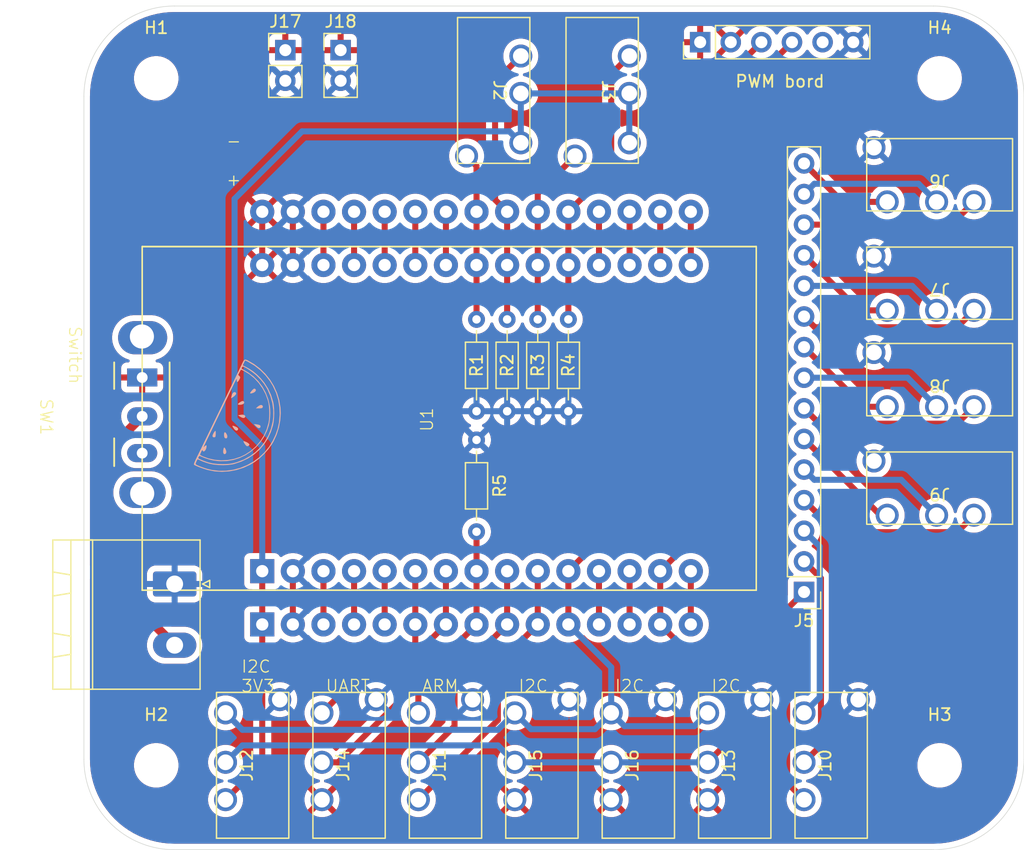
<source format=kicad_pcb>
(kicad_pcb (version 20241229) (generator "pcbnew") (generator_version "9.0")
  (layers (0 "F.Cu" signal) (2 "B.Cu" signal) (13 "F.Paste" user) (15 "B.Paste" user) (5 "F.SilkS" user "F.Silkscreen") (7 "B.SilkS" user "B.Silkscreen") (1 "F.Mask" user) (3 "B.Mask" user) (25 "Edge.Cuts" user))
  (net 0 "")
  (net 1 "unconnected-(U1-D15-Pad3)")
  (net 2 "Transistor magneet")
  (net 3 "unconnected-(U1-VP-Pad17)")
  (net 4 "Transistor metaal")
  (net 5 "unconnected-(U1-D27-Pad25)")
  (net 6 "unconnected-(U1-VN-Pad18)")
  (net 7 "unconnected-(U1-D13-Pad28)")
  (net 8 "unconnected-(U1-D4-Pad5)")
  (net 9 "unconnected-(U1-D26-Pad24)")
  (net 10 "Metaal detector")
  (net 11 "unconnected-(U1-D14-Pad26)")
  (net 12 "unconnected-(U1-D2-Pad4)")
  (net 13 "unconnected-(U1-D23-Pad15)")
  (net 14 "unconnected-(U1-EN-Pad16)")
  (net 15 "unconnected-(U1-D12-Pad27)")
  (net 16 "+3V3")
  (net 17 "GND")
  (net 18 "+5V")
  (net 19 "Button1")
  (net 20 "LDR1")
  (net 21 "Button2")
  (net 22 "LDR2")
  (net 23 "SDA")
  (net 24 "SCL")
  (net 26 "Net-(J5-Pin_7)")
  (net 27 "Net-(J5-Pin_10)")
  (net 28 "Net-(J5-Pin_8)")
  (net 29 "Net-(J5-Pin_4)")
  (net 30 "Net-(J5-Pin_13)")
  (net 31 "Net-(J5-Pin_6)")
  (net 32 "Net-(J5-Pin_15)")
  (net 33 "Net-(J5-Pin_9)")
  (net 34 "Net-(J5-Pin_11)")
  (net 35 "Net-(J5-Pin_12)")
  (net 36 "Net-(J5-Pin_14)")
  (net 37 "Net-(J5-Pin_5)")
  (net 38 "Net-(J10-Pin_1)")
  (net 39 "Net-(J10-Pin_3)")
  (net 40 "Net-(J10-Pin_2)")
  (net 41 "TX")
  (net 42 "RX")
  (net 43 "unconnected-(U1-RX0-Pad12)")
  (net 44 "unconnected-(U1-TX0-Pad13)")
  (net 45 "unconnected-(U1-D34-Pad19)")
  (net 46 "Net-(J1-Pin_2)")
  (footprint "Meloen:Audio jack" (layer "F.Cu") (at 46 96 90)
    (property "Reference" "J12" (at 0 -0.5 90) (layer "F.SilkS"))
    (property "Value" "I2C 3V3")
    (pad "1" thru_hole circle (at -2.85 -2.25 90) (size 1.905 1.905) (drill 1.3) (layers "*.Cu" "*.Mask") (net 16 "+3V3"))
    (pad "2" thru_hole circle (at 0.25 -2.25 90) (size 1.905 1.905) (drill 1.3) (layers "*.Cu" "*.Mask") (net 24 "SCL"))
    (pad "3" thru_hole circle (at 4.35 -2.25 90) (size 1.905 1.905) (drill 1.3) (layers "*.Cu" "*.Mask") (net 23 "SDA"))
    (pad "4" thru_hole circle (at 5.45 2.25 90) (size 1.905 1.905) (drill 1.3) (layers "*.Cu" "*.Mask") (net 17 "GND"))
  )
  (footprint "Meloen:Audio jack" (layer "F.Cu") (at 62 96 90)
    (property "Reference" "J11" (at 0 -0.5 90) (layer "F.SilkS"))
    (property "Value" "arm")
    (pad "1" thru_hole circle (at -2.85 -2.25 90) (size 1.905 1.905) (drill 1.3) (layers "*.Cu" "*.Mask") (net 4 "Transistor metaal"))
    (pad "2" thru_hole circle (at 0.25 -2.25 90) (size 1.905 1.905) (drill 1.3) (layers "*.Cu" "*.Mask") (net 2 "Transistor magneet"))
    (pad "3" thru_hole circle (at 4.35 -2.25 90) (size 1.905 1.905) (drill 1.3) (layers "*.Cu" "*.Mask") (net 10 "Metaal detector"))
    (pad "4" thru_hole circle (at 5.45 2.25 90) (size 1.905 1.905) (drill 1.3) (layers "*.Cu" "*.Mask") (net 17 "GND"))
  )
  (footprint "Resistor_THT:R_Axial_DIN0204_L3.6mm_D1.6mm_P7.62mm_Horizontal" (layer "F.Cu") (at 64.575 69 -90)
    (property "Reference" "R5" (at 3.81 -1.92 90) (layer "F.SilkS"))
    (property "Value" "R")
    (pad "1" thru_hole circle (at 0 0 270) (size 1.4 1.4) (drill 0.7) (layers "*.Cu" "*.Mask") (net 17 "GND"))
    (pad "2" thru_hole oval (at 7.62 0 270) (size 1.4 1.4) (drill 0.7) (layers "*.Cu" "*.Mask") (net 10 "Metaal detector"))
  )
  (footprint "Connector_PinHeader_2.54mm:PinHeader_1x02_P2.54mm_Vertical" (layer "F.Cu") (at 53.3 36.66)
    (property "Reference" "J18" (at 0 -2.38 0) (layer "F.SilkS"))
    (property "Value" "Conn_01x02")
    (pad "1" thru_hole rect (at 0 0) (size 1.7 1.7) (drill 1) (layers "*.Cu" "*.Mask") (net 18 "+5V"))
    (pad "2" thru_hole circle (at 0 2.54) (size 1.7 1.7) (drill 1) (layers "*.Cu" "*.Mask") (net 17 "GND"))
  )
  (footprint "Connector_PinHeader_2.54mm:PinHeader_1x02_P2.54mm_Vertical" (layer "F.Cu") (at 48.71 36.66)
    (property "Reference" "J17" (at 0 -2.38 0) (layer "F.SilkS"))
    (property "Value" "Conn_01x02")
    (pad "1" thru_hole rect (at 0 0) (size 1.7 1.7) (drill 1) (layers "*.Cu" "*.Mask") (net 18 "+5V"))
    (pad "2" thru_hole circle (at 0 2.54) (size 1.7 1.7) (drill 1) (layers "*.Cu" "*.Mask") (net 17 "GND"))
  )
  (footprint "MountingHole:MountingHole_3.2mm_M3" (layer "F.Cu") (at 103 96)
    (property "Reference" "H3" (at 0 -4.2 0) (layer "F.SilkS"))
    (property "Value" "MountingHole")
    (pad "" np_thru_hole circle (at 0 0) (size 3.2 3.2) (drill 3.2) (layers "*.Cu" "*.Mask"))
  )
  (footprint "Meloen:Audio jack" (layer "F.Cu") (at 78 96 90)
    (property "Reference" "J16" (at 0 -0.5 90) (layer "F.SilkS"))
    (property "Value" "I2C")
    (pad "1" thru_hole circle (at -2.85 -2.25 90) (size 1.905 1.905) (drill 1.3) (layers "*.Cu" "*.Mask") (net 18 "+5V"))
    (pad "2" thru_hole circle (at 0.25 -2.25 90) (size 1.905 1.905) (drill 1.3) (layers "*.Cu" "*.Mask") (net 24 "SCL"))
    (pad "3" thru_hole circle (at 4.35 -2.25 90) (size 1.905 1.905) (drill 1.3) (layers "*.Cu" "*.Mask") (net 23 "SDA"))
    (pad "4" thru_hole circle (at 5.45 2.25 90) (size 1.905 1.905) (drill 1.3) (layers "*.Cu" "*.Mask") (net 17 "GND"))
  )
  (footprint "Resistor_THT:R_Axial_DIN0204_L3.6mm_D1.6mm_P7.62mm_Horizontal" (layer "F.Cu") (at 64.575 59 -90)
    (property "Reference" "R1" (at 3.81 0 90) (layer "F.SilkS"))
    (property "Value" "R")
    (pad "1" thru_hole circle (at 0 0 270) (size 1.4 1.4) (drill 0.7) (layers "*.Cu" "*.Mask") (net 20 "LDR1"))
    (pad "2" thru_hole oval (at 7.62 0 270) (size 1.4 1.4) (drill 0.7) (layers "*.Cu" "*.Mask") (net 17 "GND"))
  )
  (footprint "Meloen:Audio jack" (layer "F.Cu") (at 86 96 90)
    (property "Reference" "J13" (at 0 -0.5 90) (layer "F.SilkS"))
    (property "Value" "I2C")
    (pad "1" thru_hole circle (at -2.85 -2.25 90) (size 1.905 1.905) (drill 1.3) (layers "*.Cu" "*.Mask") (net 18 "+5V"))
    (pad "2" thru_hole circle (at 0.25 -2.25 90) (size 1.905 1.905) (drill 1.3) (layers "*.Cu" "*.Mask") (net 24 "SCL"))
    (pad "3" thru_hole circle (at 4.35 -2.25 90) (size 1.905 1.905) (drill 1.3) (layers "*.Cu" "*.Mask") (net 23 "SDA"))
    (pad "4" thru_hole circle (at 5.45 2.25 90) (size 1.905 1.905) (drill 1.3) (layers "*.Cu" "*.Mask") (net 17 "GND"))
  )
  (footprint "Resistor_THT:R_Axial_DIN0204_L3.6mm_D1.6mm_P7.62mm_Horizontal" (layer "F.Cu") (at 72.195 59 -90)
    (property "Reference" "R4" (at 3.81 0 90) (layer "F.SilkS"))
    (property "Value" "R")
    (pad "1" thru_hole circle (at 0 0 270) (size 1.4 1.4) (drill 0.7) (layers "*.Cu" "*.Mask") (net 21 "Button2"))
    (pad "2" thru_hole oval (at 7.62 0 270) (size 1.4 1.4) (drill 0.7) (layers "*.Cu" "*.Mask") (net 17 "GND"))
  )
  (footprint "Meloen:Audio jack" (layer "F.Cu") (at 70 96 90)
    (property "Reference" "J15" (at 0 -0.5 90) (layer "F.SilkS"))
    (property "Value" "I2C")
    (pad "1" thru_hole circle (at -2.85 -2.25 90) (size 1.905 1.905) (drill 1.3) (layers "*.Cu" "*.Mask") (net 18 "+5V"))
    (pad "2" thru_hole circle (at 0.25 -2.25 90) (size 1.905 1.905) (drill 1.3) (layers "*.Cu" "*.Mask") (net 24 "SCL"))
    (pad "3" thru_hole circle (at 4.35 -2.25 90) (size 1.905 1.905) (drill 1.3) (layers "*.Cu" "*.Mask") (net 23 "SDA"))
    (pad "4" thru_hole circle (at 5.45 2.25 90) (size 1.905 1.905) (drill 1.3) (layers "*.Cu" "*.Mask") (net 17 "GND"))
  )
  (footprint "Meloen:Audio jack" (layer "F.Cu") (at 54 96 90)
    (property "Reference" "J14" (at 0 -0.5 90) (layer "F.SilkS"))
    (property "Value" "UART")
    (pad "1" thru_hole circle (at -2.85 -2.25 90) (size 1.905 1.905) (drill 1.3) (layers "*.Cu" "*.Mask") (net 18 "+5V"))
    (pad "2" thru_hole circle (at 0.25 -2.25 90) (size 1.905 1.905) (drill 1.3) (layers "*.Cu" "*.Mask") (net 41 "TX"))
    (pad "3" thru_hole circle (at 4.35 -2.25 90) (size 1.905 1.905) (drill 1.3) (layers "*.Cu" "*.Mask") (net 42 "RX"))
    (pad "4" thru_hole circle (at 5.45 2.25 90) (size 1.905 1.905) (drill 1.3) (layers "*.Cu" "*.Mask") (net 17 "GND"))
  )
  (footprint "Connector_PinHeader_2.54mm:PinHeader_1x06_P2.54mm_Vertical" (layer "F.Cu") (at 83.13 36 90)
    (property "Reference" "J4" (hide yes))
    (property "Value" "PWM bord" (at -3.25 6.62 180) (layer "F.SilkS"))
    (pad "1" thru_hole rect (at 0 0 90) (size 1.7 1.7) (drill 1) (layers "*.Cu" "*.Mask") (net 18 "+5V"))
    (pad "2" thru_hole circle (at 0 2.54 90) (size 1.7 1.7) (drill 1) (layers "*.Cu" "*.Mask") (net 18 "+5V"))
    (pad "3" thru_hole circle (at 0 5.08 90) (size 1.7 1.7) (drill 1) (layers "*.Cu" "*.Mask") (net 23 "SDA"))
    (pad "4" thru_hole circle (at 0 7.62 90) (size 1.7 1.7) (drill 1) (layers "*.Cu" "*.Mask") (net 24 "SCL"))
    (pad "5" thru_hole circle (at 0 10.16 90) (size 1.7 1.7) (drill 1) (layers "*.Cu" "*.Mask"))
    (pad "6" thru_hole circle (at 0 12.7 90) (size 1.7 1.7) (drill 1) (layers "*.Cu" "*.Mask") (net 17 "GND"))
  )
  (footprint "MountingHole:MountingHole_3.2mm_M3" (layer "F.Cu") (at 103 39)
    (property "Reference" "H4" (at 0 -4.2 0) (layer "F.SilkS"))
    (property "Value" "MountingHole")
    (pad "" np_thru_hole circle (at 0 0) (size 3.2 3.2) (drill 3.2) (layers "*.Cu" "*.Mask"))
  )
  (footprint "Meloen:ESP32_DEVKIT_V1_op_voetjes2rij" (layer "F.Cu") (at 60.96 67.31 90)
    (property "Reference" "U1" (at 0 -0.5 90) (layer "F.SilkS") (effects (font (thickness 0.1))))
    (property "Value" "~")
    (pad "1" thru_hole rect (at -17 -14.165 90) (size 2 2) (drill 1.02) (layers "*.Cu" "*.Mask") (net 16 "+3V3"))
    (pad "1" thru_hole rect (at -12.58 -14.165 90) (size 2 2) (drill 1.02) (layers "*.Cu" "*.Mask") (net 16 "+3V3"))
    (pad "2" thru_hole circle (at -17 -11.625 90) (size 2 2) (drill 1.02) (layers "*.Cu" "*.Mask") (net 17 "GND"))
    (pad "2" thru_hole circle (at -12.58 -11.625 90) (size 2 2) (drill 1.02) (layers "*.Cu" "*.Mask") (net 17 "GND"))
    (pad "3" thru_hole circle (at -17 -9.085 90) (size 2 2) (drill 1.02) (layers "*.Cu" "*.Mask") (net 1 "unconnected-(U1-D15-Pad3)"))
    (pad "3" thru_hole circle (at -12.58 -9.085 90) (size 2 2) (drill 1.02) (layers "*.Cu" "*.Mask") (net 1 "unconnected-(U1-D15-Pad3)"))
    (pad "4" thru_hole circle (at -17 -6.545 90) (size 2 2) (drill 1.02) (layers "*.Cu" "*.Mask") (net 12 "unconnected-(U1-D2-Pad4)"))
    (pad "4" thru_hole circle (at -12.58 -6.545 90) (size 2 2) (drill 1.02) (layers "*.Cu" "*.Mask") (net 12 "unconnected-(U1-D2-Pad4)"))
    (pad "5" thru_hole circle (at -17 -4.005 90) (size 2 2) (drill 1.02) (layers "*.Cu" "*.Mask") (net 8 "unconnected-(U1-D4-Pad5)"))
    (pad "5" thru_hole circle (at -12.58 -4.005 90) (size 2 2) (drill 1.02) (layers "*.Cu" "*.Mask") (net 8 "unconnected-(U1-D4-Pad5)"))
    (pad "6" thru_hole circle (at -17 -1.465 90) (size 2 2) (drill 1.02) (layers "*.Cu" "*.Mask") (net 42 "RX"))
    (pad "6" thru_hole circle (at -12.58 -1.465 90) (size 2 2) (drill 1.02) (layers "*.Cu" "*.Mask") (net 42 "RX"))
    (pad "7" thru_hole circle (at -17 1.075 90) (size 2 2) (drill 1.02) (layers "*.Cu" "*.Mask") (net 41 "TX"))
    (pad "7" thru_hole circle (at -12.58 1.075 90) (size 2 2) (drill 1.02) (layers "*.Cu" "*.Mask") (net 41 "TX"))
    (pad "8" thru_hole circle (at -17 3.615 90) (size 2 2) (drill 1.02) (layers "*.Cu" "*.Mask") (net 10 "Metaal detector"))
    (pad "8" thru_hole circle (at -12.58 3.615 90) (size 2 2) (drill 1.02) (layers "*.Cu" "*.Mask") (net 10 "Metaal detector"))
    (pad "9" thru_hole circle (at -17 6.155 90) (size 2 2) (drill 1.02) (layers "*.Cu" "*.Mask") (net 2 "Transistor magneet"))
    (pad "9" thru_hole circle (at -12.58 6.155 90) (size 2 2) (drill 1.02) (layers "*.Cu" "*.Mask") (net 2 "Transistor magneet"))
    (pad "10" thru_hole circle (at -17 8.695 90) (size 2 2) (drill 1.02) (layers "*.Cu" "*.Mask") (net 4 "Transistor metaal"))
    (pad "10" thru_hole circle (at -12.58 8.695 90) (size 2 2) (drill 1.02) (layers "*.Cu" "*.Mask") (net 4 "Transistor metaal"))
    (pad "11" thru_hole circle (at -17 11.235 90) (size 2 2) (drill 1.02) (layers "*.Cu" "*.Mask") (net 23 "SDA"))
    (pad "11" thru_hole circle (at -12.58 11.235 90) (size 2 2) (drill 1.02) (layers "*.Cu" "*.Mask") (net 23 "SDA"))
    (pad "12" thru_hole circle (at -17 13.775 90) (size 2 2) (drill 1.02) (layers "*.Cu" "*.Mask") (net 43 "unconnected-(U1-RX0-Pad12)"))
    (pad "12" thru_hole circle (at -12.58 13.775 90) (size 2 2) (drill 1.02) (layers "*.Cu" "*.Mask") (net 43 "unconnected-(U1-RX0-Pad12)"))
    (pad "13" thru_hole circle (at -17 16.315 90) (size 2 2) (drill 1.02) (layers "*.Cu" "*.Mask") (net 44 "unconnected-(U1-TX0-Pad13)"))
    (pad "13" thru_hole circle (at -12.58 16.315 90) (size 2 2) (drill 1.02) (layers "*.Cu" "*.Mask") (net 44 "unconnected-(U1-TX0-Pad13)"))
    (pad "14" thru_hole circle (at -17 18.855 90) (size 2 2) (drill 1.02) (layers "*.Cu" "*.Mask") (net 24 "SCL"))
    (pad "14" thru_hole circle (at -12.58 18.855 90) (size 2 2) (drill 1.02) (layers "*.Cu" "*.Mask") (net 24 "SCL"))
    (pad "15" thru_hole circle (at -17 21.395 90) (size 2 2) (drill 1.02) (layers "*.Cu" "*.Mask") (net 13 "unconnected-(U1-D23-Pad15)"))
    (pad "15" thru_hole circle (at -12.58 21.395 90) (size 2 2) (drill 1.02) (layers "*.Cu" "*.Mask") (net 13 "unconnected-(U1-D23-Pad15)"))
    (pad "16" thru_hole circle (at 12.82 21.395 90) (size 2 2) (drill 1.02) (layers "*.Cu" "*.Mask") (net 14 "unconnected-(U1-EN-Pad16)"))
    (pad "16" thru_hole circle (at 17.24 21.395 90) (size 2 2) (drill 1.02) (layers "*.Cu" "*.Mask") (net 14 "unconnected-(U1-EN-Pad16)"))
    (pad "17" thru_hole circle (at 12.82 18.855 90) (size 2 2) (drill 1.02) (layers "*.Cu" "*.Mask") (net 3 "unconnected-(U1-VP-Pad17)"))
    (pad "17" thru_hole circle (at 17.24 18.855 90) (size 2 2) (drill 1.02) (layers "*.Cu" "*.Mask") (net 3 "unconnected-(U1-VP-Pad17)"))
    (pad "18" thru_hole circle (at 12.82 16.315 90) (size 2 2) (drill 1.02) (layers "*.Cu" "*.Mask") (net 6 "unconnected-(U1-VN-Pad18)"))
    (pad "18" thru_hole circle (at 17.24 16.315 90) (size 2 2) (drill 1.02) (layers "*.Cu" "*.Mask") (net 6 "unconnected-(U1-VN-Pad18)"))
    (pad "19" thru_hole circle (at 12.82 13.775 90) (size 2 2) (drill 1.02) (layers "*.Cu" "*.Mask") (net 45 "unconnected-(U1-D34-Pad19)"))
    (pad "19" thru_hole circle (at 17.24 13.775 90) (size 2 2) (drill 1.02) (layers "*.Cu" "*.Mask") (net 45 "unconnected-(U1-D34-Pad19)"))
    (pad "20" thru_hole circle (at 12.82 11.235 90) (size 2 2) (drill 1.02) (layers "*.Cu" "*.Mask") (net 21 "Button2"))
    (pad "20" thru_hole circle (at 17.24 11.235 90) (size 2 2) (drill 1.02) (layers "*.Cu" "*.Mask") (net 21 "Button2"))
    (pad "21" thru_hole circle (at 12.82 8.695 90) (size 2 2) (drill 1.02) (layers "*.Cu" "*.Mask") (net 22 "LDR2"))
    (pad "21" thru_hole circle (at 17.24 8.695 90) (size 2 2) (drill 1.02) (layers "*.Cu" "*.Mask") (net 22 "LDR2"))
    (pad "22" thru_hole circle (at 12.82 6.155 90) (size 2 2) (drill 1.02) (layers "*.Cu" "*.Mask") (net 19 "Button1"))
    (pad "22" thru_hole circle (at 17.24 6.155 90) (size 2 2) (drill 1.02) (layers "*.Cu" "*.Mask") (net 19 "Button1"))
    (pad "23" thru_hole circle (at 12.82 3.615 90) (size 2 2) (drill 1.02) (layers "*.Cu" "*.Mask") (net 20 "LDR1"))
    (pad "23" thru_hole circle (at 17.24 3.615 90) (size 2 2) (drill 1.02) (layers "*.Cu" "*.Mask") (net 20 "LDR1"))
    (pad "24" thru_hole circle (at 12.82 1.075 90) (size 2 2) (drill 1.02) (layers "*.Cu" "*.Mask") (net 9 "unconnected-(U1-D26-Pad24)"))
    (pad "24" thru_hole circle (at 17.24 1.075 90) (size 2 2) (drill 1.02) (layers "*.Cu" "*.Mask") (net 9 "unconnected-(U1-D26-Pad24)"))
    (pad "25" thru_hole circle (at 12.82 -1.465 90) (size 2 2) (drill 1.02) (layers "*.Cu" "*.Mask") (net 5 "unconnected-(U1-D27-Pad25)"))
    (pad "25" thru_hole circle (at 17.24 -1.465 90) (size 2 2) (drill 1.02) (layers "*.Cu" "*.Mask") (net 5 "unconnected-(U1-D27-Pad25)"))
    (pad "26" thru_hole circle (at 12.82 -4.005 90) (size 2 2) (drill 1.02) (layers "*.Cu" "*.Mask") (net 11 "unconnected-(U1-D14-Pad26)"))
    (pad "26" thru_hole circle (at 17.24 -4.005 90) (size 2 2) (drill 1.02) (layers "*.Cu" "*.Mask") (net 11 "unconnected-(U1-D14-Pad26)"))
    (pad "27" thru_hole circle (at 12.82 -6.545 90) (size 2 2) (drill 1.02) (layers "*.Cu" "*.Mask") (net 15 "unconnected-(U1-D12-Pad27)"))
    (pad "27" thru_hole circle (at 17.24 -6.545 90) (size 2 2) (drill 1.02) (layers "*.Cu" "*.Mask") (net 15 "unconnected-(U1-D12-Pad27)"))
    (pad "28" thru_hole circle (at 12.82 -9.085 90) (size 2 2) (drill 1.02) (layers "*.Cu" "*.Mask") (net 7 "unconnected-(U1-D13-Pad28)"))
    (pad "28" thru_hole circle (at 17.24 -9.085 90) (size 2 2) (drill 1.02) (layers "*.Cu" "*.Mask") (net 7 "unconnected-(U1-D13-Pad28)"))
    (pad "29" thru_hole circle (at 12.82 -11.625 90) (size 2 2) (drill 1.02) (layers "*.Cu" "*.Mask") (net 17 "GND"))
    (pad "29" thru_hole circle (at 17.24 -11.625 90) (size 2 2) (drill 1.02) (layers "*.Cu" "*.Mask") (net 17 "GND"))
    (pad "30" thru_hole circle (at 12.82 -14.165 90) (size 2 2) (drill 1.02) (layers "*.Cu" "*.Mask") (net 18 "+5V"))
    (pad "30" thru_hole circle (at 17.24 -14.165 90) (size 2 2) (drill 1.02) (layers "*.Cu" "*.Mask") (net 18 "+5V"))
  )
  (footprint "Zuydlib4:SW_CuK_SPDT_Angled" (layer "F.Cu") (at 28.385 67.0955 -90)
    (property "Reference" "SW1" (at 0 -0.5 270) (layer "F.SilkS") (effects (font (thickness 0.1))))
    (property "Value" "SW_DPDT_x2")
    (fp_text user "Switch" (at -7.6 -2.3 270) (layer "F.SilkS") (effects (font (thickness 0.1)) (justify left bottom)))
    (pad "" thru_hole oval (at -6.675 -8.425 270) (size 2.75 4.075) (drill 2 (offset 0.1 -0.0625)) (layers "*.Cu" "*.Mask"))
    (pad "" thru_hole oval (at 6.35 -8.45 270) (size 2.55 3.85) (drill 2 (offset -0.075 -0.025)) (layers "*.Cu" "*.Mask"))
    (pad "1" thru_hole rect (at -3.275 -8.45 270) (size 1.5 2.5) (drill 0.9) (layers "*.Cu" "*.Mask") (net 18 "+5V"))
    (pad "2" thru_hole oval (at -0.05 -8.45 270) (size 1.5 2.5) (drill 0.9) (layers "*.Cu" "*.Mask") (net 46 "Net-(J1-Pin_2)"))
    (pad "3" thru_hole oval (at 3 -8.45 270) (size 1.5 2.5) (drill 0.9) (layers "*.Cu" "*.Mask"))
  )
  (footprint "Meloen:Audio jack" (layer "F.Cu") (at 103 47 180)
    (property "Reference" "J6" (at 0 -0.5 180) (layer "F.SilkS"))
    (property "Value" "Motor1")
    (pad "1" thru_hole circle (at -2.85 -2.25 180) (size 1.905 1.905) (drill 1.3) (layers "*.Cu" "*.Mask") (net 30 "Net-(J5-Pin_13)"))
    (pad "2" thru_hole circle (at 0.25 -2.25 180) (size 1.905 1.905) (drill 1.3) (layers "*.Cu" "*.Mask") (net 36 "Net-(J5-Pin_14)"))
    (pad "3" thru_hole circle (at 4.35 -2.25 180) (size 1.905 1.905) (drill 1.3) (layers "*.Cu" "*.Mask") (net 32 "Net-(J5-Pin_15)"))
    (pad "4" thru_hole circle (at 5.45 2.25 180) (size 1.905 1.905) (drill 1.3) (layers "*.Cu" "*.Mask") (net 17 "GND"))
  )
  (footprint "Connector_Phoenix_MSTB:PhoenixContact_MSTBA_2,5_2-G-5,08_1x02_P5.08mm_Horizontal" (layer "F.Cu") (at 39.5275 80.955 -90)
    (property "Reference" "J1" (hide yes))
    (property "Value" "Voeding")
    (pad "1" thru_hole roundrect (at 0 0 270) (size 2.08 3.6) (drill 1.4) (layers "*.Cu" "*.Mask") (roundrect_rratio 0.120192) (net 17 "GND"))
    (pad "2" thru_hole oval (at 5.08 0 270) (size 2.08 3.6) (drill 1.4) (layers "*.Cu" "*.Mask") (net 46 "Net-(J1-Pin_2)"))
  )
  (footprint "MountingHole:MountingHole_3.2mm_M3" (layer "F.Cu") (at 38 96)
    (property "Reference" "H2" (at 0 -4.2 0) (layer "F.SilkS"))
    (property "Value" "MountingHole")
    (pad "" np_thru_hole circle (at 0 0) (size 3.2 3.2) (drill 3.2) (layers "*.Cu" "*.Mask"))
  )
  (footprint "Meloen:Audio jack" (layer "F.Cu") (at 103 73 180)
    (property "Reference" "J9" (at 0 -0.5 180) (layer "F.SilkS"))
    (property "Value" "extraPWM1")
    (pad "1" thru_hole circle (at -2.85 -2.25 180) (size 1.905 1.905) (drill 1.3) (layers "*.Cu" "*.Mask") (net 29 "Net-(J5-Pin_4)"))
    (pad "2" thru_hole circle (at 0.25 -2.25 180) (size 1.905 1.905) (drill 1.3) (layers "*.Cu" "*.Mask") (net 37 "Net-(J5-Pin_5)"))
    (pad "3" thru_hole circle (at 4.35 -2.25 180) (size 1.905 1.905) (drill 1.3) (layers "*.Cu" "*.Mask") (net 31 "Net-(J5-Pin_6)"))
    (pad "4" thru_hole circle (at 5.45 2.25 180) (size 1.905 1.905) (drill 1.3) (layers "*.Cu" "*.Mask") (net 17 "GND"))
  )
  (footprint "Connector_PinHeader_2.54mm:PinHeader_1x15_P2.54mm_Vertical" (layer "F.Cu") (at 91.75 81.62 180)
    (property "Reference" "J5" (at 0 -2.38 0) (layer "F.SilkS"))
    (property "Value" "Conn_01x15_Socket")
    (pad "1" thru_hole rect (at 0 0 180) (size 1.7 1.7) (drill 1) (layers "*.Cu" "*.Mask") (net 38 "Net-(J10-Pin_1)"))
    (pad "2" thru_hole circle (at 0 2.54 180) (size 1.7 1.7) (drill 1) (layers "*.Cu" "*.Mask") (net 40 "Net-(J10-Pin_2)"))
    (pad "3" thru_hole circle (at 0 5.08 180) (size 1.7 1.7) (drill 1) (layers "*.Cu" "*.Mask") (net 39 "Net-(J10-Pin_3)"))
    (pad "4" thru_hole circle (at 0 7.62 180) (size 1.7 1.7) (drill 1) (layers "*.Cu" "*.Mask") (net 29 "Net-(J5-Pin_4)"))
    (pad "5" thru_hole circle (at 0 10.16 180) (size 1.7 1.7) (drill 1) (layers "*.Cu" "*.Mask") (net 37 "Net-(J5-Pin_5)"))
    (pad "6" thru_hole circle (at 0 12.7 180) (size 1.7 1.7) (drill 1) (layers "*.Cu" "*.Mask") (net 31 "Net-(J5-Pin_6)"))
    (pad "7" thru_hole circle (at 0 15.24 180) (size 1.7 1.7) (drill 1) (layers "*.Cu" "*.Mask") (net 26 "Net-(J5-Pin_7)"))
    (pad "8" thru_hole circle (at 0 17.78 180) (size 1.7 1.7) (drill 1) (layers "*.Cu" "*.Mask") (net 28 "Net-(J5-Pin_8)"))
    (pad "9" thru_hole circle (at 0 20.32 180) (size 1.7 1.7) (drill 1) (layers "*.Cu" "*.Mask") (net 33 "Net-(J5-Pin_9)"))
    (pad "10" thru_hole circle (at 0 22.86 180) (size 1.7 1.7) (drill 1) (layers "*.Cu" "*.Mask") (net 27 "Net-(J5-Pin_10)"))
    (pad "11" thru_hole circle (at 0 25.4 180) (size 1.7 1.7) (drill 1) (layers "*.Cu" "*.Mask") (net 34 "Net-(J5-Pin_11)"))
    (pad "12" thru_hole circle (at 0 27.94 180) (size 1.7 1.7) (drill 1) (layers "*.Cu" "*.Mask") (net 35 "Net-(J5-Pin_12)"))
    (pad "13" thru_hole circle (at 0 30.48 180) (size 1.7 1.7) (drill 1) (layers "*.Cu" "*.Mask") (net 30 "Net-(J5-Pin_13)"))
    (pad "14" thru_hole circle (at 0 33.02 180) (size 1.7 1.7) (drill 1) (layers "*.Cu" "*.Mask") (net 36 "Net-(J5-Pin_14)"))
    (pad "15" thru_hole circle (at 0 35.56 180) (size 1.7 1.7) (drill 1) (layers "*.Cu" "*.Mask") (net 32 "Net-(J5-Pin_15)"))
  )
  (footprint "Meloen:Audio jack" (layer "F.Cu") (at 75 40 -90)
    (property "Reference" "J3" (at 0 -0.5 270) (layer "F.SilkS"))
    (property "Value" "Right solartracker")
    (pad "1" thru_hole circle (at -2.85 -2.25 270) (size 1.905 1.905) (drill 1.3) (layers "*.Cu" "*.Mask") (net 21 "Button2"))
    (pad "2" thru_hole circle (at 0.25 -2.25 270) (size 1.905 1.905) (drill 1.3) (layers "*.Cu" "*.Mask") (net 16 "+3V3"))
    (pad "3" thru_hole circle (at 4.35 -2.25 270) (size 1.905 1.905) (drill 1.3) (layers "*.Cu" "*.Mask") (net 16 "+3V3"))
    (pad "4" thru_hole circle (at 5.45 2.25 270) (size 1.905 1.905) (drill 1.3) (layers "*.Cu" "*.Mask") (net 22 "LDR2"))
  )
  (footprint "MountingHole:MountingHole_3.2mm_M3" (layer "F.Cu") (at 38 39)
    (property "Reference" "H1" (at 0 -4.2 0) (layer "F.SilkS"))
    (property "Value" "MountingHole")
    (pad "" np_thru_hole circle (at 0 0) (size 3.2 3.2) (drill 3.2) (layers "*.Cu" "*.Mask"))
  )
  (footprint "Meloen:Audio jack" (layer "F.Cu") (at 103 64 180)
    (property "Reference" "J8" (at 0 -0.5 180) (layer "F.SilkS"))
    (property "Value" "Motor3")
    (pad "1" thru_hole circle (at -2.85 -2.25 180) (size 1.905 1.905) (drill 1.3) (layers "*.Cu" "*.Mask") (net 26 "Net-(J5-Pin_7)"))
    (pad "2" thru_hole circle (at 0.25 -2.25 180) (size 1.905 1.905) (drill 1.3) (layers "*.Cu" "*.Mask") (net 28 "Net-(J5-Pin_8)"))
    (pad "3" thru_hole circle (at 4.35 -2.25 180) (size 1.905 1.905) (drill 1.3) (layers "*.Cu" "*.Mask") (net 33 "Net-(J5-Pin_9)"))
    (pad "4" thru_hole circle (at 5.45 2.25 180) (size 1.905 1.905) (drill 1.3) (layers "*.Cu" "*.Mask") (net 17 "GND"))
  )
  (footprint "Meloen:Audio jack" (layer "F.Cu") (at 66 40 -90)
    (property "Reference" "J2" (at 0 -0.5 270) (layer "F.SilkS"))
    (property "Value" "Left solartacker")
    (pad "1" thru_hole circle (at -2.85 -2.25 270) (size 1.905 1.905) (drill 1.3) (layers "*.Cu" "*.Mask") (net 19 "Button1"))
    (pad "2" thru_hole circle (at 0.25 -2.25 270) (size 1.905 1.905) (drill 1.3) (layers "*.Cu" "*.Mask") (net 16 "+3V3"))
    (pad "3" thru_hole circle (at 4.35 -2.25 270) (size 1.905 1.905) (drill 1.3) (layers "*.Cu" "*.Mask") (net 16 "+3V3"))
    (pad "4" thru_hole circle (at 5.45 2.25 270) (size 1.905 1.905) (drill 1.3) (layers "*.Cu" "*.Mask") (net 20 "LDR1"))
  )
  (footprint "Resistor_THT:R_Axial_DIN0204_L3.6mm_D1.6mm_P7.62mm_Horizontal" (layer "F.Cu") (at 67.115 59 -90)
    (property "Reference" "R2" (at 3.81 0 90) (layer "F.SilkS"))
    (property "Value" "R")
    (pad "1" thru_hole circle (at 0 0 270) (size 1.4 1.4) (drill 0.7) (layers "*.Cu" "*.Mask") (net 19 "Button1"))
    (pad "2" thru_hole oval (at 7.62 0 270) (size 1.4 1.4) (drill 0.7) (layers "*.Cu" "*.Mask") (net 17 "GND"))
  )
  (footprint "Meloen:Audio jack" (layer "F.Cu") (at 103 56 180)
    (property "Reference" "J7" (at 0 -0.5 180) (layer "F.SilkS"))
    (property "Value" "Motor2")
    (pad "1" thru_hole circle (at -2.85 -2.25 180) (size 1.905 1.905) (drill 1.3) (layers "*.Cu" "*.Mask") (net 27 "Net-(J5-Pin_10)"))
    (pad "2" thru_hole circle (at 0.25 -2.25 180) (size 1.905 1.905) (drill 1.3) (layers "*.Cu" "*.Mask") (net 34 "Net-(J5-Pin_11)"))
    (pad "3" thru_hole circle (at 4.35 -2.25 180) (size 1.905 1.905) (drill 1.3) (layers "*.Cu" "*.Mask") (net 35 "Net-(J5-Pin_12)"))
    (pad "4" thru_hole circle (at 5.45 2.25 180) (size 1.905 1.905) (drill 1.3) (layers "*.Cu" "*.Mask") (net 17 "GND"))
  )
  (footprint "Resistor_THT:R_Axial_DIN0204_L3.6mm_D1.6mm_P7.62mm_Horizontal" (layer "F.Cu") (at 69.655 59 -90)
    (property "Reference" "R3" (at 3.81 0 90) (layer "F.SilkS"))
    (property "Value" "R")
    (pad "1" thru_hole circle (at 0 0 270) (size 1.4 1.4) (drill 0.7) (layers "*.Cu" "*.Mask") (net 22 "LDR2"))
    (pad "2" thru_hole oval (at 7.62 0 270) (size 1.4 1.4) (drill 0.7) (layers "*.Cu" "*.Mask") (net 17 "GND"))
  )
  (footprint "Meloen:Audio jack" (layer "F.Cu") (at 94 96 90)
    (property "Reference" "J10" (at 0 -0.5 90) (layer "F.SilkS"))
    (property "Value" "ExtraPWM2")
    (pad "1" thru_hole circle (at -2.85 -2.25 90) (size 1.905 1.905) (drill 1.3) (layers "*.Cu" "*.Mask") (net 38 "Net-(J10-Pin_1)"))
    (pad "2" thru_hole circle (at 0.25 -2.25 90) (size 1.905 1.905) (drill 1.3) (layers "*.Cu" "*.Mask") (net 40 "Net-(J10-Pin_2)"))
    (pad "3" thru_hole circle (at 4.35 -2.25 90) (size 1.905 1.905) (drill 1.3) (layers "*.Cu" "*.Mask") (net 39 "Net-(J10-Pin_3)"))
    (pad "4" thru_hole circle (at 5.45 2.25 90) (size 1.905 1.905) (drill 1.3) (layers "*.Cu" "*.Mask") (net 17 "GND"))
  )
  (footprint "Logo:Logo_100x78" (layer "B.Cu") (at 44.7 66.8705 -90)
    (property "Reference" "G***" (hide yes))
    (property "Value" "LOGO" (hide yes))
  )
  (gr_line (start 32 40.5) (end 32 95.5) (stroke (width 0.05)) (layer "Edge.Cuts"))
  (gr_arc (start 39.5 103) (mid 34.196699 100.803301) (end 32 95.5) (stroke (width 0.05)) (layer "Edge.Cuts"))
  (gr_arc (start 110 95.5) (mid 107.803301 100.803301) (end 102.5 103) (stroke (width 0.05)) (layer "Edge.Cuts"))
  (gr_line (start 39.5 103) (end 102.5 103) (stroke (width 0.05)) (layer "Edge.Cuts"))
  (gr_line (start 110 95.5) (end 110 40.5) (stroke (width 0.05)) (layer "Edge.Cuts"))
  (gr_line (start 102.5 33) (end 39.5 33) (stroke (width 0.05)) (layer "Edge.Cuts"))
  (gr_arc (start 32 40.5) (mid 34.196699 35.196699) (end 39.5 33) (stroke (width 0.05)) (layer "Edge.Cuts"))
  (gr_arc (start 102.5 33) (mid 107.803301 35.196699) (end 110 40.5) (stroke (width 0.05)) (layer "Edge.Cuts"))
  (gr_text "I2C" (at 68 90 0) (layer "F.SilkS") (effects (font (size 1 1) (thickness 0.1)) (justify left bottom)))
  (gr_text "UART" (at 52 90 0) (layer "F.SilkS") (effects (font (size 1 1) (thickness 0.1)) (justify left bottom)))
  (gr_text "-\n\n+" (at 43.75 48 0) (layer "F.SilkS") (effects (font (size 1 1) (thickness 0.1)) (justify left bottom)))
  (gr_text "I2C" (at 76 90 0) (layer "F.SilkS") (effects (font (size 1 1) (thickness 0.1)) (justify left bottom)))
  (gr_text "I2C\n3V3" (at 45 90 0) (layer "F.SilkS") (effects (font (size 1 1) (thickness 0.1)) (justify left bottom)))
  (gr_text "I2C" (at 84 90 0) (layer "F.SilkS") (effects (font (size 1 1) (thickness 0.1)) (justify left bottom)))
  (gr_text "ARM" (at 60 90 0) (layer "F.SilkS") (effects (font (size 1 1) (thickness 0.1)) (justify left bottom)))
  (segment (start 51.875 84.31) (end 51.875 79.89) (width 0.5) (layer "F.Cu") (net 1))
  (segment (start 67.115 79.89) (end 67.115 84.31) (width 0.5) (layer "F.Cu") (net 2))
  (segment (start 62.75 92.75) (end 59.75 95.75) (width 0.5) (layer "F.Cu") (net 2))
  (segment (start 62.75 88.675) (end 62.75 92.75) (width 0.5) (layer "F.Cu") (net 2))
  (segment (start 67.115 84.31) (end 62.75 88.675) (width 0.5) (layer "F.Cu") (net 2))
  (segment (start 79.815 54.49) (end 79.815 50.07) (width 0.5) (layer "F.Cu") (net 3))
  (segment (start 66.3465 87.6185) (end 66.3465 92.2535) (width 0.5) (layer "F.Cu") (net 4))
  (segment (start 69.655 79.89) (end 69.655 84.31) (width 0.5) (layer "F.Cu") (net 4))
  (segment (start 66.3465 92.2535) (end 59.75 98.85) (width 0.5) (layer "F.Cu") (net 4))
  (segment (start 69.655 84.31) (end 66.3465 87.6185) (width 0.5) (layer "F.Cu") (net 4))
  (segment (start 59.495 54.49) (end 59.495 50.07) (width 0.5) (layer "F.Cu") (net 5))
  (segment (start 77.275 54.49) (end 77.275 50.07) (width 0.5) (layer "F.Cu") (net 6))
  (segment (start 51.875 54.49) (end 51.875 50.07) (width 0.5) (layer "F.Cu") (net 7))
  (segment (start 56.955 79.89) (end 56.955 84.31) (width 0.5) (layer "F.Cu") (net 8))
  (segment (start 62.035 54.49) (end 62.035 50.07) (width 0.5) (layer "F.Cu") (net 9))
  (segment (start 64.575 76.62) (end 64.575 79.89) (width 0.5) (layer "F.Cu") (net 10))
  (segment (start 64.575 79.89) (end 64.575 84.31) (width 0.5) (layer "F.Cu") (net 10))
  (segment (start 59.75 89.135) (end 64.575 84.31) (width 0.5) (layer "F.Cu") (net 10))
  (segment (start 59.75 91.65) (end 59.75 89.135) (width 0.5) (layer "F.Cu") (net 10))
  (segment (start 56.955 54.49) (end 56.955 50.07) (width 0.5) (layer "F.Cu") (net 11))
  (segment (start 54.415 84.31) (end 54.415 79.89) (width 0.5) (layer "F.Cu") (net 12))
  (segment (start 82.355 79.89) (end 82.355 84.31) (width 0.5) (layer "F.Cu") (net 13))
  (segment (start 82.355 54.49) (end 82.355 50.07) (width 0.5) (layer "F.Cu") (net 14))
  (segment (start 54.415 54.49) (end 54.415 50.07) (width 0.5) (layer "F.Cu") (net 15))
  (segment (start 46.795 84.31) (end 46.795 95.805) (width 0.5) (layer "F.Cu") (net 16))
  (segment (start 46.795 95.805) (end 43.75 98.85) (width 0.5) (layer "F.Cu") (net 16))
  (segment (start 46.795 79.89) (end 46.795 84.31) (width 0.5) (layer "F.Cu") (net 16))
  (segment (start 44.5 49) (end 50.1025 43.3975) (width 0.5) (layer "B.Cu") (net 16))
  (segment (start 67.2975 43.3975) (end 68.25 44.35) (width 0.5) (layer "B.Cu") (net 16))
  (segment (start 44.5 67.25) (end 44.5 49) (width 0.5) (layer "B.Cu") (net 16))
  (segment (start 46.795 69.545) (end 44.5 67.25) (width 0.5) (layer "B.Cu") (net 16))
  (segment (start 77.25 44.35) (end 77.25 40.25) (width 0.5) (layer "B.Cu") (net 16))
  (segment (start 50.1025 43.3975) (end 67.2975 43.3975) (width 0.5) (layer "B.Cu") (net 16))
  (segment (start 68.25 40.25) (end 77.25 40.25) (width 0.5) (layer "B.Cu") (net 16))
  (segment (start 46.795 79.89) (end 46.795 69.545) (width 0.5) (layer "B.Cu") (net 16))
  (segment (start 68.25 44.35) (end 68.25 40.25) (width 0.5) (layer "B.Cu") (net 16))
  (segment (start 49.335 54.49) (end 49.335 50.07) (width 0.5) (layer "F.Cu") (net 17))
  (segment (start 49.335 79.89) (end 49.335 84.31) (width 0.5) (layer "F.Cu") (net 17))
  (segment (start 46.795 54.49) (end 46.795 50.07) (width 0.5) (layer "F.Cu") (net 18))
  (segment (start 66.115 39.285) (end 68.25 37.15) (width 0.5) (layer "F.Cu") (net 19))
  (segment (start 67.115 54.49) (end 67.115 50.07) (width 0.5) (layer "F.Cu") (net 19))
  (segment (start 67.115 50.07) (end 66.115 49.07) (width 0.5) (layer "F.Cu") (net 19))
  (segment (start 67.115 54.49) (end 67.115 59) (width 0.5) (layer "F.Cu") (net 19))
  (segment (start 66.115 49.07) (end 66.115 39.285) (width 0.5) (layer "F.Cu") (net 19))
  (segment (start 64.575 54.49) (end 64.575 59) (width 0.5) (layer "F.Cu") (net 20))
  (segment (start 64.575 50.07) (end 64.575 46.275) (width 0.5) (layer "F.Cu") (net 20))
  (segment (start 64.575 46.275) (end 63.75 45.45) (width 0.5) (layer "F.Cu") (net 20))
  (segment (start 64.575 54.49) (end 64.575 50.07) (width 0.5) (layer "F.Cu") (net 20))
  (segment (start 72.195 50.07) (end 75.75 46.515) (width 0.5) (layer "F.Cu") (net 21))
  (segment (start 72.195 54.49) (end 72.195 59) (width 0.5) (layer "F.Cu") (net 21))
  (segment (start 75.75 38.65) (end 77.25 37.15) (width 0.5) (layer "F.Cu") (net 21))
  (segment (start 75.75 46.515) (end 75.75 38.65) (width 0.5) (layer "F.Cu") (net 21))
  (segment (start 72.195 54.49) (end 72.195 50.07) (width 0.5) (layer "F.Cu") (net 21))
  (segment (start 69.655 54.49) (end 69.655 50.07) (width 0.5) (layer "F.Cu") (net 22))
  (segment (start 69.655 54.49) (end 69.655 59) (width 0.5) (layer "F.Cu") (net 22))
  (segment (start 69.655 50.07) (end 69.655 48.545) (width 0.5) (layer "F.Cu") (net 22))
  (segment (start 69.655 48.545) (end 72.75 45.45) (width 0.5) (layer "F.Cu") (net 22))
  (segment (start 72.195 84.31) (end 72.195 79.89) (width 0.5) (layer "F.Cu") (net 23))
  (segment (start 72.195 79.89) (end 85.25 66.835) (width 0.5) (layer "F.Cu") (net 23))
  (segment (start 85.25 66.835) (end 85.25 38.96) (width 0.5) (layer "F.Cu") (net 23))
  (segment (start 85.25 38.96) (end 88.21 36) (width 0.5) (layer "F.Cu") (net 23))
  (segment (start 75.75 91.65) (end 74.4 93) (width 0.5) (layer "B.Cu") (net 23))
  (segment (start 45.1535 93.0535) (end 66.3465 93.0535) (width 0.5) (layer "B.Cu") (net 23))
  (segment (start 43.75 91.65) (end 45.1535 93.0535) (width 0.5) (layer "B.Cu") (net 23))
  (segment (start 72.195 84.31) (end 75.75 87.865) (width 0.5) (layer "B.Cu") (net 23))
  (segment (start 69.1 93) (end 67.75 91.65) (width 0.5) (layer "B.Cu") (net 23))
  (segment (start 75.75 91.65) (end 76.85 92.75) (width 0.5) (layer "B.Cu") (net 23))
  (segment (start 82.65 92.75) (end 83.75 91.65) (width 0.5) (layer "B.Cu") (net 23))
  (segment (start 76.85 92.75) (end 82.65 92.75) (width 0.5) (layer "B.Cu") (net 23))
  (segment (start 66.3465 93.0535) (end 67.75 91.65) (width 0.5) (layer "B.Cu") (net 23))
  (segment (start 74.4 93) (end 69.1 93) (width 0.5) (layer "B.Cu") (net 23))
  (segment (start 75.75 87.865) (end 75.75 91.65) (width 0.5) (layer "B.Cu") (net 23))
  (segment (start 79.815 79.89) (end 87.75 71.955) (width 0.5) (layer "F.Cu") (net 24))
  (segment (start 87.75 71.955) (end 87.75 39) (width 0.5) (layer "F.Cu") (net 24))
  (segment (start 79.815 84.31) (end 79.815 79.89) (width 0.5) (layer "F.Cu") (net 24))
  (segment (start 86 90.495) (end 86 93.5) (width 0.5) (layer "F.Cu") (net 24))
  (segment (start 87.75 39) (end 90.75 36) (width 0.5) (layer "F.Cu") (net 24))
  (segment (start 86 93.5) (end 83.75 95.75) (width 0.5) (layer "F.Cu") (net 24))
  (segment (start 79.815 84.31) (end 86 90.495) (width 0.5) (layer "F.Cu") (net 24))
  (segment (start 43.75 95.75) (end 45.1535 94.3465) (width 0.5) (layer "B.Cu") (net 24))
  (segment (start 67.75 95.75) (end 75.75 95.75) (width 0.5) (layer "B.Cu") (net 24))
  (segment (start 45.1535 94.3465) (end 66.3465 94.3465) (width 0.5) (layer "B.Cu") (net 24))
  (segment (start 66.3465 94.3465) (end 67.75 95.75) (width 0.5) (layer "B.Cu") (net 24))
  (segment (start 83.75 95.75) (end 75.75 95.75) (width 0.5) (layer "B.Cu") (net 24))
  (segment (start 93.0235 67.6535) (end 104.4465 67.6535) (width 0.5) (layer "F.Cu") (net 26))
  (segment (start 91.75 66.38) (end 93.0235 67.6535) (width 0.5) (layer "F.Cu") (net 26))
  (segment (start 104.4465 67.6535) (end 105.85 66.25) (width 0.5) (layer "F.Cu") (net 26))
  (segment (start 91.75 58.76) (end 92.6435 59.6535) (width 0.5) (layer "F.Cu") (net 27))
  (segment (start 92.6435 59.6535) (end 104.4465 59.6535) (width 0.5) (layer "F.Cu") (net 27))
  (segment (start 104.4465 59.6535) (end 105.85 58.25) (width 0.5) (layer "F.Cu") (net 27))
  (segment (start 100.34 63.84) (end 102.75 66.25) (width 0.5) (layer "B.Cu") (net 28))
  (segment (start 91.75 63.84) (end 100.34 63.84) (width 0.5) (layer "B.Cu") (net 28))
  (segment (start 94.4035 76.6535) (end 104.4465 76.6535) (width 0.5) (layer "F.Cu") (net 29))
  (segment (start 91.75 74) (end 94.4035 76.6535) (width 0.5) (layer "F.Cu") (net 29))
  (segment (start 104.4465 76.6535) (end 105.85 75.25) (width 0.5) (layer "F.Cu") (net 29))
  (segment (start 91.75 51.14) (end 103.96 51.14) (width 0.5) (layer "F.Cu") (net 30))
  (segment (start 103.96 51.14) (end 105.85 49.25) (width 0.5) (layer "F.Cu") (net 30))
  (segment (start 91.75 68.92) (end 98.08 75.25) (width 0.5) (layer "F.Cu") (net 31))
  (segment (start 98.08 75.25) (end 98.65 75.25) (width 0.5) (layer "F.Cu") (net 31))
  (segment (start 94.94 49.25) (end 98.65 49.25) (width 0.5) (layer "F.Cu") (net 32))
  (segment (start 91.75 46.06) (end 94.94 49.25) (width 0.5) (layer "F.Cu") (net 32))
  (segment (start 96.7 66.25) (end 98.65 66.25) (width 0.5) (layer "F.Cu") (net 33))
  (segment (start 91.75 61.3) (end 96.7 66.25) (width 0.5) (layer "F.Cu") (net 33))
  (segment (start 91.75 56.22) (end 100.72 56.22) (width 0.5) (layer "B.Cu") (net 34))
  (segment (start 100.72 56.22) (end 102.75 58.25) (width 0.5) (layer "B.Cu") (net 34))
  (segment (start 96.32 58.25) (end 98.65 58.25) (width 0.5) (layer "F.Cu") (net 35))
  (segment (start 91.75 53.68) (end 96.32 58.25) (width 0.5) (layer "F.Cu") (net 35))
  (segment (start 92.6 47.75) (end 101.25 47.75) (width 0.5) (layer "B.Cu") (net 36))
  (segment (start 91.75 48.6) (end 92.6 47.75) (width 0.5) (layer "B.Cu") (net 36))
  (segment (start 101.25 47.75) (end 102.75 49.25) (width 0.5) (layer "B.Cu") (net 36))
  (segment (start 91.75 71.46) (end 92.6 72.31) (width 0.5) (layer "B.Cu") (net 37))
  (segment (start 99.81 72.31) (end 102.75 75.25) (width 0.5) (layer "B.Cu") (net 37))
  (segment (start 92.6 72.31) (end 99.81 72.31) (width 0.5) (layer "B.Cu") (net 37))
  (segment (start 90.3465 83.0235) (end 90.3465 97.4465) (width 0.5) (layer "F.Cu") (net 38))
  (segment (start 90.3465 97.4465) (end 91.75 98.85) (width 0.5) (layer "F.Cu") (net 38))
  (segment (start 91.75 81.62) (end 90.3465 83.0235) (width 0.5) (layer "F.Cu") (net 38))
  (segment (start 93.051 90.349) (end 93.051 77.841) (width 0.5) (layer "B.Cu") (net 39))
  (segment (start 93.051 77.841) (end 91.75 76.54) (width 0.5) (layer "B.Cu") (net 39))
  (segment (start 91.75 91.65) (end 93.051 90.349) (width 0.5) (layer "B.Cu") (net 39))
  (segment (start 93.1535 94.3465) (end 93.1535 80.4835) (width 0.5) (layer "F.Cu") (net 40))
  (segment (start 93.1535 80.4835) (end 91.75 79.08) (width 0.5) (layer "F.Cu") (net 40))
  (segment (start 91.75 95.75) (end 93.1535 94.3465) (width 0.5) (layer "F.Cu") (net 40))
  (segment (start 62.035 84.31) (end 58.3465 87.9985) (width 0.5) (layer "F.Cu") (net 41))
  (segment (start 58.3465 90.500538) (end 53.097038 95.75) (width 0.5) (layer "F.Cu") (net 41))
  (segment (start 62.035 79.89) (end 62.035 84.31) (width 0.5) (layer "F.Cu") (net 41))
  (segment (start 58.3465 87.9985) (end 58.3465 90.500538) (width 0.5) (layer "F.Cu") (net 41))
  (segment (start 53.097038 95.75) (end 51.75 95.75) (width 0.5) (layer "F.Cu") (net 41))
  (segment (start 62.035 84.31) (end 61.547024 84.31) (width 0.5) (layer "F.Cu") (net 41))
  (segment (start 59.495 79.89) (end 59.495 84.31) (width 0.5) (layer "F.Cu") (net 42))
  (segment (start 59.495 85.858636) (end 58.676818 86.676818) (width 0.5) (layer "F.Cu") (net 42))
  (segment (start 56.723182 86.676818) (end 51.75 91.65) (width 0.5) (layer "F.Cu") (net 42))
  (segment (start 59.495 84.31) (end 59.495 85.858636) (width 0.5) (layer "F.Cu") (net 42))
  (segment (start 58.676818 86.676818) (end 56.723182 86.676818) (width 0.5) (layer "F.Cu") (net 42))
  (segment (start 74.735 79.89) (end 74.735 84.31) (width 0.5) (layer "F.Cu") (net 43))
  (segment (start 77.275 79.89) (end 77.275 84.31) (width 0.5) (layer "F.Cu") (net 44))
  (segment (start 74.735 54.49) (end 74.735 50.07) (width 0.5) (layer "F.Cu") (net 45))
  (segment (start 32.876 79.3835) (end 39.5275 86.035) (width 0.75) (layer "F.Cu") (net 46))
  (segment (start 32.876 71.0045) (end 32.876 79.3835) (width 0.75) (layer "F.Cu") (net 46))
  (segment (start 36.835 67.0455) (end 32.876 71.0045) (width 0.75) (layer "F.Cu") (net 46))
  (zone (net 18) (net_name "+5V") (layer "F.Cu") (connect_pads (clearance 0.5)) (min_thickness 0.25) (fill yes (thermal_gap 0.5) (thermal_bridge_width 0.5))
    (polygon (pts (xy 32.5 32.75) (xy 110 32.94375) (xy 110 102.77178) (xy 32.149984 102.578123)))
  )
  (zone (net 17) (net_name "GND") (layer "B.Cu") (priority 1) (connect_pads (clearance 0.5)) (min_thickness 0.25) (fill yes (thermal_gap 0.5) (thermal_bridge_width 0.5))
    (polygon (pts (xy 32.5 32.75) (xy 110 33) (xy 110 102.75) (xy 32.25 102.5) (xy 32.5 32.5)))
  )
)
</source>
